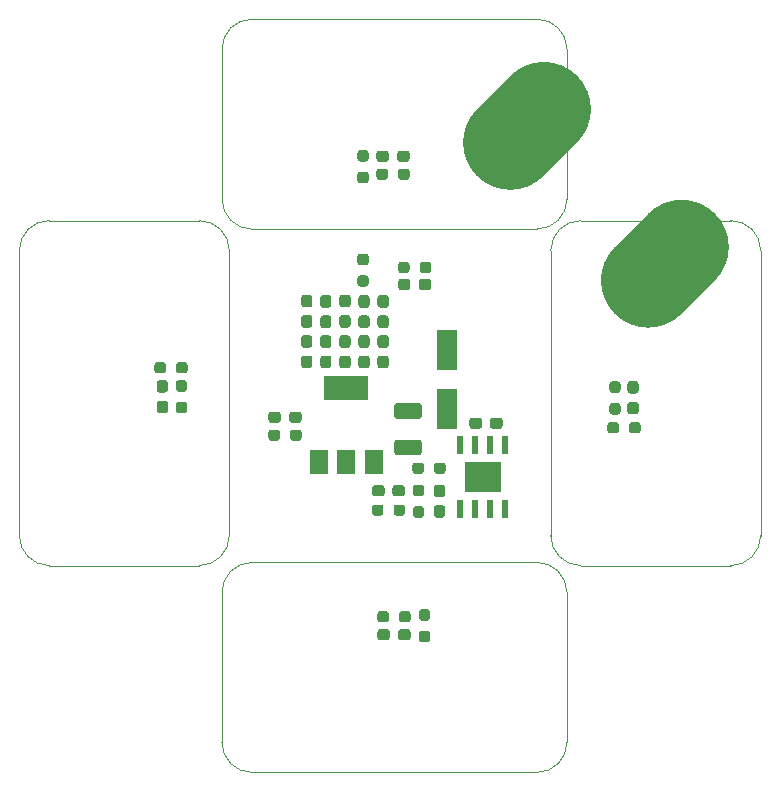
<source format=gbr>
%TF.GenerationSoftware,KiCad,Pcbnew,(5.1.8-0-10_14)*%
%TF.CreationDate,2021-02-24T01:50:54+08:00*%
%TF.ProjectId,batt_board,62617474-5f62-46f6-9172-642e6b696361,v0.2*%
%TF.SameCoordinates,Original*%
%TF.FileFunction,Paste,Top*%
%TF.FilePolarity,Positive*%
%FSLAX46Y46*%
G04 Gerber Fmt 4.6, Leading zero omitted, Abs format (unit mm)*
G04 Created by KiCad (PCBNEW (5.1.8-0-10_14)) date 2021-02-24 01:50:54*
%MOMM*%
%LPD*%
G01*
G04 APERTURE LIST*
%ADD10C,0.120000*%
%ADD11R,1.500000X2.000000*%
%ADD12R,3.800000X2.000000*%
%ADD13R,0.600000X1.550000*%
%ADD14R,3.100000X2.600000*%
%ADD15R,1.800000X3.500000*%
G04 APERTURE END LIST*
D10*
%TO.C,ESC3*%
X125217200Y-101700800D02*
X125217200Y-114400800D01*
X151887200Y-99160800D02*
X127757200Y-99160800D01*
X154427200Y-114400800D02*
X154427200Y-101700800D01*
X127757200Y-116940800D02*
X151887200Y-116940800D01*
X151887200Y-116940800D02*
G75*
G03*
X154427200Y-114400800I0J2540000D01*
G01*
X154427200Y-101700800D02*
G75*
G03*
X151887200Y-99160800I-2540000J0D01*
G01*
X127757200Y-99160800D02*
G75*
G03*
X125217200Y-101700800I0J-2540000D01*
G01*
X125217200Y-114400800D02*
G75*
G03*
X127757200Y-116940800I2540000J0D01*
G01*
%TO.C,ESC4*%
X123299200Y-70217200D02*
X110599200Y-70217200D01*
X125839200Y-96887200D02*
X125839200Y-72757200D01*
X110599200Y-99427200D02*
X123299200Y-99427200D01*
X108059200Y-72757200D02*
X108059200Y-96887200D01*
X108059200Y-96887200D02*
G75*
G03*
X110599200Y-99427200I2540000J0D01*
G01*
X123299200Y-99427200D02*
G75*
G03*
X125839200Y-96887200I0J2540000D01*
G01*
X125839200Y-72757200D02*
G75*
G03*
X123299200Y-70217200I-2540000J0D01*
G01*
X110599200Y-70217200D02*
G75*
G03*
X108059200Y-72757200I0J-2540000D01*
G01*
%TO.C,ESC2*%
X168299200Y-70217200D02*
X155599200Y-70217200D01*
X170839200Y-96887200D02*
X170839200Y-72757200D01*
X155599200Y-99427200D02*
X168299200Y-99427200D01*
X153059200Y-72757200D02*
X153059200Y-96887200D01*
X153059200Y-96887200D02*
G75*
G03*
X155599200Y-99427200I2540000J0D01*
G01*
X168299200Y-99427200D02*
G75*
G03*
X170839200Y-96887200I0J2540000D01*
G01*
X170839200Y-72757200D02*
G75*
G03*
X168299200Y-70217200I-2540000J0D01*
G01*
X155599200Y-70217200D02*
G75*
G03*
X153059200Y-72757200I0J-2540000D01*
G01*
%TO.C,ESC1*%
X125217200Y-55700800D02*
X125217200Y-68400800D01*
X151887200Y-53160800D02*
X127757200Y-53160800D01*
X154427200Y-68400800D02*
X154427200Y-55700800D01*
X127757200Y-70940800D02*
X151887200Y-70940800D01*
X151887200Y-70940800D02*
G75*
G03*
X154427200Y-68400800I0J2540000D01*
G01*
X154427200Y-55700800D02*
G75*
G03*
X151887200Y-53160800I-2540000J0D01*
G01*
X127757200Y-53160800D02*
G75*
G03*
X125217200Y-55700800I0J-2540000D01*
G01*
X125217200Y-68400800D02*
G75*
G03*
X127757200Y-70940800I2540000J0D01*
G01*
%TD*%
%TO.C,C3*%
G36*
G01*
X141895002Y-87009000D02*
X140044998Y-87009000D01*
G75*
G02*
X139795000Y-86759002I0J249998D01*
G01*
X139795000Y-85933998D01*
G75*
G02*
X140044998Y-85684000I249998J0D01*
G01*
X141895002Y-85684000D01*
G75*
G02*
X142145000Y-85933998I0J-249998D01*
G01*
X142145000Y-86759002D01*
G75*
G02*
X141895002Y-87009000I-249998J0D01*
G01*
G37*
G36*
G01*
X141895002Y-90084000D02*
X140044998Y-90084000D01*
G75*
G02*
X139795000Y-89834002I0J249998D01*
G01*
X139795000Y-89008998D01*
G75*
G02*
X140044998Y-88759000I249998J0D01*
G01*
X141895002Y-88759000D01*
G75*
G02*
X142145000Y-89008998I0J-249998D01*
G01*
X142145000Y-89834002D01*
G75*
G02*
X141895002Y-90084000I-249998J0D01*
G01*
G37*
%TD*%
%TO.C,Battery*%
G36*
G01*
X146802390Y-60785976D02*
X149630818Y-57957548D01*
G75*
G02*
X155287672Y-57957548I2828427J-2828427D01*
G01*
X155287672Y-57957548D01*
G75*
G02*
X155287672Y-63614402I-2828427J-2828427D01*
G01*
X152459244Y-66442830D01*
G75*
G02*
X146802390Y-66442830I-2828427J2828427D01*
G01*
X146802390Y-66442830D01*
G75*
G02*
X146802390Y-60785976I2828427J2828427D01*
G01*
G37*
G36*
G01*
X158476723Y-72460309D02*
X161305151Y-69631881D01*
G75*
G02*
X166962005Y-69631881I2828427J-2828427D01*
G01*
X166962005Y-69631881D01*
G75*
G02*
X166962005Y-75288735I-2828427J-2828427D01*
G01*
X164133577Y-78117163D01*
G75*
G02*
X158476723Y-78117163I-2828427J2828427D01*
G01*
X158476723Y-78117163D01*
G75*
G02*
X158476723Y-72460309I2828427J2828427D01*
G01*
G37*
%TD*%
D11*
%TO.C,U2*%
X133463000Y-90653000D03*
X138063000Y-90653000D03*
X135763000Y-90653000D03*
D12*
X135763000Y-84353000D03*
%TD*%
D13*
%TO.C,U1*%
X145415000Y-89248000D03*
X146685000Y-89248000D03*
X147955000Y-89248000D03*
X149225000Y-89248000D03*
X149225000Y-94648000D03*
X147955000Y-94648000D03*
X146685000Y-94648000D03*
X145415000Y-94648000D03*
D14*
X147320000Y-91948000D03*
%TD*%
%TO.C,R13*%
G36*
G01*
X137397500Y-73997000D02*
X136922500Y-73997000D01*
G75*
G02*
X136685000Y-73759500I0J237500D01*
G01*
X136685000Y-73259500D01*
G75*
G02*
X136922500Y-73022000I237500J0D01*
G01*
X137397500Y-73022000D01*
G75*
G02*
X137635000Y-73259500I0J-237500D01*
G01*
X137635000Y-73759500D01*
G75*
G02*
X137397500Y-73997000I-237500J0D01*
G01*
G37*
G36*
G01*
X137397500Y-75822000D02*
X136922500Y-75822000D01*
G75*
G02*
X136685000Y-75584500I0J237500D01*
G01*
X136685000Y-75084500D01*
G75*
G02*
X136922500Y-74847000I237500J0D01*
G01*
X137397500Y-74847000D01*
G75*
G02*
X137635000Y-75084500I0J-237500D01*
G01*
X137635000Y-75584500D01*
G75*
G02*
X137397500Y-75822000I-237500J0D01*
G01*
G37*
%TD*%
%TO.C,R12*%
G36*
G01*
X121329000Y-82914500D02*
X121329000Y-82439500D01*
G75*
G02*
X121566500Y-82202000I237500J0D01*
G01*
X122066500Y-82202000D01*
G75*
G02*
X122304000Y-82439500I0J-237500D01*
G01*
X122304000Y-82914500D01*
G75*
G02*
X122066500Y-83152000I-237500J0D01*
G01*
X121566500Y-83152000D01*
G75*
G02*
X121329000Y-82914500I0J237500D01*
G01*
G37*
G36*
G01*
X119504000Y-82914500D02*
X119504000Y-82439500D01*
G75*
G02*
X119741500Y-82202000I237500J0D01*
G01*
X120241500Y-82202000D01*
G75*
G02*
X120479000Y-82439500I0J-237500D01*
G01*
X120479000Y-82914500D01*
G75*
G02*
X120241500Y-83152000I-237500J0D01*
G01*
X119741500Y-83152000D01*
G75*
G02*
X119504000Y-82914500I0J237500D01*
G01*
G37*
%TD*%
%TO.C,R11*%
G36*
G01*
X160658000Y-87519500D02*
X160658000Y-87994500D01*
G75*
G02*
X160420500Y-88232000I-237500J0D01*
G01*
X159920500Y-88232000D01*
G75*
G02*
X159683000Y-87994500I0J237500D01*
G01*
X159683000Y-87519500D01*
G75*
G02*
X159920500Y-87282000I237500J0D01*
G01*
X160420500Y-87282000D01*
G75*
G02*
X160658000Y-87519500I0J-237500D01*
G01*
G37*
G36*
G01*
X158833000Y-87519500D02*
X158833000Y-87994500D01*
G75*
G02*
X158595500Y-88232000I-237500J0D01*
G01*
X158095500Y-88232000D01*
G75*
G02*
X157858000Y-87994500I0J237500D01*
G01*
X157858000Y-87519500D01*
G75*
G02*
X158095500Y-87282000I237500J0D01*
G01*
X158595500Y-87282000D01*
G75*
G02*
X158833000Y-87519500I0J-237500D01*
G01*
G37*
%TD*%
%TO.C,R10*%
G36*
G01*
X142604500Y-105921000D02*
X142129500Y-105921000D01*
G75*
G02*
X141892000Y-105683500I0J237500D01*
G01*
X141892000Y-105183500D01*
G75*
G02*
X142129500Y-104946000I237500J0D01*
G01*
X142604500Y-104946000D01*
G75*
G02*
X142842000Y-105183500I0J-237500D01*
G01*
X142842000Y-105683500D01*
G75*
G02*
X142604500Y-105921000I-237500J0D01*
G01*
G37*
G36*
G01*
X142604500Y-104096000D02*
X142129500Y-104096000D01*
G75*
G02*
X141892000Y-103858500I0J237500D01*
G01*
X141892000Y-103358500D01*
G75*
G02*
X142129500Y-103121000I237500J0D01*
G01*
X142604500Y-103121000D01*
G75*
G02*
X142842000Y-103358500I0J-237500D01*
G01*
X142842000Y-103858500D01*
G75*
G02*
X142604500Y-104096000I-237500J0D01*
G01*
G37*
%TD*%
%TO.C,R9*%
G36*
G01*
X136922500Y-66084000D02*
X137397500Y-66084000D01*
G75*
G02*
X137635000Y-66321500I0J-237500D01*
G01*
X137635000Y-66821500D01*
G75*
G02*
X137397500Y-67059000I-237500J0D01*
G01*
X136922500Y-67059000D01*
G75*
G02*
X136685000Y-66821500I0J237500D01*
G01*
X136685000Y-66321500D01*
G75*
G02*
X136922500Y-66084000I237500J0D01*
G01*
G37*
G36*
G01*
X136922500Y-64259000D02*
X137397500Y-64259000D01*
G75*
G02*
X137635000Y-64496500I0J-237500D01*
G01*
X137635000Y-64996500D01*
G75*
G02*
X137397500Y-65234000I-237500J0D01*
G01*
X136922500Y-65234000D01*
G75*
G02*
X136685000Y-64996500I0J237500D01*
G01*
X136685000Y-64496500D01*
G75*
G02*
X136922500Y-64259000I237500J0D01*
G01*
G37*
%TD*%
%TO.C,R8*%
G36*
G01*
X130131000Y-88154500D02*
X130131000Y-88629500D01*
G75*
G02*
X129893500Y-88867000I-237500J0D01*
G01*
X129393500Y-88867000D01*
G75*
G02*
X129156000Y-88629500I0J237500D01*
G01*
X129156000Y-88154500D01*
G75*
G02*
X129393500Y-87917000I237500J0D01*
G01*
X129893500Y-87917000D01*
G75*
G02*
X130131000Y-88154500I0J-237500D01*
G01*
G37*
G36*
G01*
X131956000Y-88154500D02*
X131956000Y-88629500D01*
G75*
G02*
X131718500Y-88867000I-237500J0D01*
G01*
X131218500Y-88867000D01*
G75*
G02*
X130981000Y-88629500I0J237500D01*
G01*
X130981000Y-88154500D01*
G75*
G02*
X131218500Y-87917000I237500J0D01*
G01*
X131718500Y-87917000D01*
G75*
G02*
X131956000Y-88154500I0J-237500D01*
G01*
G37*
%TD*%
%TO.C,R7*%
G36*
G01*
X138894000Y-94504500D02*
X138894000Y-94979500D01*
G75*
G02*
X138656500Y-95217000I-237500J0D01*
G01*
X138156500Y-95217000D01*
G75*
G02*
X137919000Y-94979500I0J237500D01*
G01*
X137919000Y-94504500D01*
G75*
G02*
X138156500Y-94267000I237500J0D01*
G01*
X138656500Y-94267000D01*
G75*
G02*
X138894000Y-94504500I0J-237500D01*
G01*
G37*
G36*
G01*
X140719000Y-94504500D02*
X140719000Y-94979500D01*
G75*
G02*
X140481500Y-95217000I-237500J0D01*
G01*
X139981500Y-95217000D01*
G75*
G02*
X139744000Y-94979500I0J237500D01*
G01*
X139744000Y-94504500D01*
G75*
G02*
X139981500Y-94267000I237500J0D01*
G01*
X140481500Y-94267000D01*
G75*
G02*
X140719000Y-94504500I0J-237500D01*
G01*
G37*
%TD*%
%TO.C,R6*%
G36*
G01*
X141621500Y-94405000D02*
X142096500Y-94405000D01*
G75*
G02*
X142334000Y-94642500I0J-237500D01*
G01*
X142334000Y-95142500D01*
G75*
G02*
X142096500Y-95380000I-237500J0D01*
G01*
X141621500Y-95380000D01*
G75*
G02*
X141384000Y-95142500I0J237500D01*
G01*
X141384000Y-94642500D01*
G75*
G02*
X141621500Y-94405000I237500J0D01*
G01*
G37*
G36*
G01*
X141621500Y-92580000D02*
X142096500Y-92580000D01*
G75*
G02*
X142334000Y-92817500I0J-237500D01*
G01*
X142334000Y-93317500D01*
G75*
G02*
X142096500Y-93555000I-237500J0D01*
G01*
X141621500Y-93555000D01*
G75*
G02*
X141384000Y-93317500I0J237500D01*
G01*
X141384000Y-92817500D01*
G75*
G02*
X141621500Y-92580000I237500J0D01*
G01*
G37*
%TD*%
%TO.C,R5*%
G36*
G01*
X140126964Y-74433233D02*
X140126964Y-73958233D01*
G75*
G02*
X140364464Y-73720733I237500J0D01*
G01*
X140864464Y-73720733D01*
G75*
G02*
X141101964Y-73958233I0J-237500D01*
G01*
X141101964Y-74433233D01*
G75*
G02*
X140864464Y-74670733I-237500J0D01*
G01*
X140364464Y-74670733D01*
G75*
G02*
X140126964Y-74433233I0J237500D01*
G01*
G37*
G36*
G01*
X141951964Y-74433233D02*
X141951964Y-73958233D01*
G75*
G02*
X142189464Y-73720733I237500J0D01*
G01*
X142689464Y-73720733D01*
G75*
G02*
X142926964Y-73958233I0J-237500D01*
G01*
X142926964Y-74433233D01*
G75*
G02*
X142689464Y-74670733I-237500J0D01*
G01*
X142189464Y-74670733D01*
G75*
G02*
X141951964Y-74433233I0J237500D01*
G01*
G37*
%TD*%
%TO.C,R4*%
G36*
G01*
X122028122Y-84706715D02*
X121553122Y-84706715D01*
G75*
G02*
X121315622Y-84469215I0J237500D01*
G01*
X121315622Y-83969215D01*
G75*
G02*
X121553122Y-83731715I237500J0D01*
G01*
X122028122Y-83731715D01*
G75*
G02*
X122265622Y-83969215I0J-237500D01*
G01*
X122265622Y-84469215D01*
G75*
G02*
X122028122Y-84706715I-237500J0D01*
G01*
G37*
G36*
G01*
X122028122Y-86531715D02*
X121553122Y-86531715D01*
G75*
G02*
X121315622Y-86294215I0J237500D01*
G01*
X121315622Y-85794215D01*
G75*
G02*
X121553122Y-85556715I237500J0D01*
G01*
X122028122Y-85556715D01*
G75*
G02*
X122265622Y-85794215I0J-237500D01*
G01*
X122265622Y-86294215D01*
G75*
G02*
X122028122Y-86531715I-237500J0D01*
G01*
G37*
%TD*%
%TO.C,R3*%
G36*
G01*
X139357000Y-103521500D02*
X139357000Y-103996500D01*
G75*
G02*
X139119500Y-104234000I-237500J0D01*
G01*
X138619500Y-104234000D01*
G75*
G02*
X138382000Y-103996500I0J237500D01*
G01*
X138382000Y-103521500D01*
G75*
G02*
X138619500Y-103284000I237500J0D01*
G01*
X139119500Y-103284000D01*
G75*
G02*
X139357000Y-103521500I0J-237500D01*
G01*
G37*
G36*
G01*
X141182000Y-103521500D02*
X141182000Y-103996500D01*
G75*
G02*
X140944500Y-104234000I-237500J0D01*
G01*
X140444500Y-104234000D01*
G75*
G02*
X140207000Y-103996500I0J237500D01*
G01*
X140207000Y-103521500D01*
G75*
G02*
X140444500Y-103284000I237500J0D01*
G01*
X140944500Y-103284000D01*
G75*
G02*
X141182000Y-103521500I0J-237500D01*
G01*
G37*
%TD*%
%TO.C,R2*%
G36*
G01*
X158258500Y-85668014D02*
X158733500Y-85668014D01*
G75*
G02*
X158971000Y-85905514I0J-237500D01*
G01*
X158971000Y-86405514D01*
G75*
G02*
X158733500Y-86643014I-237500J0D01*
G01*
X158258500Y-86643014D01*
G75*
G02*
X158021000Y-86405514I0J237500D01*
G01*
X158021000Y-85905514D01*
G75*
G02*
X158258500Y-85668014I237500J0D01*
G01*
G37*
G36*
G01*
X158258500Y-83843014D02*
X158733500Y-83843014D01*
G75*
G02*
X158971000Y-84080514I0J-237500D01*
G01*
X158971000Y-84580514D01*
G75*
G02*
X158733500Y-84818014I-237500J0D01*
G01*
X158258500Y-84818014D01*
G75*
G02*
X158021000Y-84580514I0J237500D01*
G01*
X158021000Y-84080514D01*
G75*
G02*
X158258500Y-83843014I237500J0D01*
G01*
G37*
%TD*%
%TO.C,R1*%
G36*
G01*
X140125000Y-66531500D02*
X140125000Y-66056500D01*
G75*
G02*
X140362500Y-65819000I237500J0D01*
G01*
X140862500Y-65819000D01*
G75*
G02*
X141100000Y-66056500I0J-237500D01*
G01*
X141100000Y-66531500D01*
G75*
G02*
X140862500Y-66769000I-237500J0D01*
G01*
X140362500Y-66769000D01*
G75*
G02*
X140125000Y-66531500I0J237500D01*
G01*
G37*
G36*
G01*
X138300000Y-66531500D02*
X138300000Y-66056500D01*
G75*
G02*
X138537500Y-65819000I237500J0D01*
G01*
X139037500Y-65819000D01*
G75*
G02*
X139275000Y-66056500I0J-237500D01*
G01*
X139275000Y-66531500D01*
G75*
G02*
X139037500Y-66769000I-237500J0D01*
G01*
X138537500Y-66769000D01*
G75*
G02*
X138300000Y-66531500I0J237500D01*
G01*
G37*
%TD*%
%TO.C,L1*%
G36*
G01*
X142323000Y-90948500D02*
X142323000Y-91423500D01*
G75*
G02*
X142085500Y-91661000I-237500J0D01*
G01*
X141585500Y-91661000D01*
G75*
G02*
X141348000Y-91423500I0J237500D01*
G01*
X141348000Y-90948500D01*
G75*
G02*
X141585500Y-90711000I237500J0D01*
G01*
X142085500Y-90711000D01*
G75*
G02*
X142323000Y-90948500I0J-237500D01*
G01*
G37*
G36*
G01*
X144148000Y-90948500D02*
X144148000Y-91423500D01*
G75*
G02*
X143910500Y-91661000I-237500J0D01*
G01*
X143410500Y-91661000D01*
G75*
G02*
X143173000Y-91423500I0J237500D01*
G01*
X143173000Y-90948500D01*
G75*
G02*
X143410500Y-90711000I237500J0D01*
G01*
X143910500Y-90711000D01*
G75*
G02*
X144148000Y-90948500I0J-237500D01*
G01*
G37*
%TD*%
%TO.C,D7*%
G36*
G01*
X130206000Y-86630500D02*
X130206000Y-87105500D01*
G75*
G02*
X129968500Y-87343000I-237500J0D01*
G01*
X129393500Y-87343000D01*
G75*
G02*
X129156000Y-87105500I0J237500D01*
G01*
X129156000Y-86630500D01*
G75*
G02*
X129393500Y-86393000I237500J0D01*
G01*
X129968500Y-86393000D01*
G75*
G02*
X130206000Y-86630500I0J-237500D01*
G01*
G37*
G36*
G01*
X131956000Y-86630500D02*
X131956000Y-87105500D01*
G75*
G02*
X131718500Y-87343000I-237500J0D01*
G01*
X131143500Y-87343000D01*
G75*
G02*
X130906000Y-87105500I0J237500D01*
G01*
X130906000Y-86630500D01*
G75*
G02*
X131143500Y-86393000I237500J0D01*
G01*
X131718500Y-86393000D01*
G75*
G02*
X131956000Y-86630500I0J-237500D01*
G01*
G37*
%TD*%
D15*
%TO.C,D6*%
X144272000Y-81193000D03*
X144272000Y-86193000D03*
%TD*%
%TO.C,D5*%
G36*
G01*
X140126964Y-75870074D02*
X140126964Y-75395074D01*
G75*
G02*
X140364464Y-75157574I237500J0D01*
G01*
X140939464Y-75157574D01*
G75*
G02*
X141176964Y-75395074I0J-237500D01*
G01*
X141176964Y-75870074D01*
G75*
G02*
X140939464Y-76107574I-237500J0D01*
G01*
X140364464Y-76107574D01*
G75*
G02*
X140126964Y-75870074I0J237500D01*
G01*
G37*
G36*
G01*
X141876964Y-75870074D02*
X141876964Y-75395074D01*
G75*
G02*
X142114464Y-75157574I237500J0D01*
G01*
X142689464Y-75157574D01*
G75*
G02*
X142926964Y-75395074I0J-237500D01*
G01*
X142926964Y-75870074D01*
G75*
G02*
X142689464Y-76107574I-237500J0D01*
G01*
X142114464Y-76107574D01*
G75*
G02*
X141876964Y-75870074I0J237500D01*
G01*
G37*
%TD*%
%TO.C,D4*%
G36*
G01*
X119936676Y-85481715D02*
X120411676Y-85481715D01*
G75*
G02*
X120649176Y-85719215I0J-237500D01*
G01*
X120649176Y-86294215D01*
G75*
G02*
X120411676Y-86531715I-237500J0D01*
G01*
X119936676Y-86531715D01*
G75*
G02*
X119699176Y-86294215I0J237500D01*
G01*
X119699176Y-85719215D01*
G75*
G02*
X119936676Y-85481715I237500J0D01*
G01*
G37*
G36*
G01*
X119936676Y-83731715D02*
X120411676Y-83731715D01*
G75*
G02*
X120649176Y-83969215I0J-237500D01*
G01*
X120649176Y-84544215D01*
G75*
G02*
X120411676Y-84781715I-237500J0D01*
G01*
X119936676Y-84781715D01*
G75*
G02*
X119699176Y-84544215I0J237500D01*
G01*
X119699176Y-83969215D01*
G75*
G02*
X119936676Y-83731715I237500J0D01*
G01*
G37*
%TD*%
%TO.C,D3*%
G36*
G01*
X140132000Y-105520500D02*
X140132000Y-105045500D01*
G75*
G02*
X140369500Y-104808000I237500J0D01*
G01*
X140944500Y-104808000D01*
G75*
G02*
X141182000Y-105045500I0J-237500D01*
G01*
X141182000Y-105520500D01*
G75*
G02*
X140944500Y-105758000I-237500J0D01*
G01*
X140369500Y-105758000D01*
G75*
G02*
X140132000Y-105520500I0J237500D01*
G01*
G37*
G36*
G01*
X138382000Y-105520500D02*
X138382000Y-105045500D01*
G75*
G02*
X138619500Y-104808000I237500J0D01*
G01*
X139194500Y-104808000D01*
G75*
G02*
X139432000Y-105045500I0J-237500D01*
G01*
X139432000Y-105520500D01*
G75*
G02*
X139194500Y-105758000I-237500J0D01*
G01*
X138619500Y-105758000D01*
G75*
G02*
X138382000Y-105520500I0J237500D01*
G01*
G37*
%TD*%
%TO.C,D2*%
G36*
G01*
X160257500Y-84867000D02*
X159782500Y-84867000D01*
G75*
G02*
X159545000Y-84629500I0J237500D01*
G01*
X159545000Y-84054500D01*
G75*
G02*
X159782500Y-83817000I237500J0D01*
G01*
X160257500Y-83817000D01*
G75*
G02*
X160495000Y-84054500I0J-237500D01*
G01*
X160495000Y-84629500D01*
G75*
G02*
X160257500Y-84867000I-237500J0D01*
G01*
G37*
G36*
G01*
X160257500Y-86617000D02*
X159782500Y-86617000D01*
G75*
G02*
X159545000Y-86379500I0J237500D01*
G01*
X159545000Y-85804500D01*
G75*
G02*
X159782500Y-85567000I237500J0D01*
G01*
X160257500Y-85567000D01*
G75*
G02*
X160495000Y-85804500I0J-237500D01*
G01*
X160495000Y-86379500D01*
G75*
G02*
X160257500Y-86617000I-237500J0D01*
G01*
G37*
%TD*%
%TO.C,D1*%
G36*
G01*
X139350000Y-64532500D02*
X139350000Y-65007500D01*
G75*
G02*
X139112500Y-65245000I-237500J0D01*
G01*
X138537500Y-65245000D01*
G75*
G02*
X138300000Y-65007500I0J237500D01*
G01*
X138300000Y-64532500D01*
G75*
G02*
X138537500Y-64295000I237500J0D01*
G01*
X139112500Y-64295000D01*
G75*
G02*
X139350000Y-64532500I0J-237500D01*
G01*
G37*
G36*
G01*
X141100000Y-64532500D02*
X141100000Y-65007500D01*
G75*
G02*
X140862500Y-65245000I-237500J0D01*
G01*
X140287500Y-65245000D01*
G75*
G02*
X140050000Y-65007500I0J237500D01*
G01*
X140050000Y-64532500D01*
G75*
G02*
X140287500Y-64295000I237500J0D01*
G01*
X140862500Y-64295000D01*
G75*
G02*
X141100000Y-64532500I0J-237500D01*
G01*
G37*
%TD*%
%TO.C,C14*%
G36*
G01*
X137008767Y-78254036D02*
X137483767Y-78254036D01*
G75*
G02*
X137721267Y-78491536I0J-237500D01*
G01*
X137721267Y-79091536D01*
G75*
G02*
X137483767Y-79329036I-237500J0D01*
G01*
X137008767Y-79329036D01*
G75*
G02*
X136771267Y-79091536I0J237500D01*
G01*
X136771267Y-78491536D01*
G75*
G02*
X137008767Y-78254036I237500J0D01*
G01*
G37*
G36*
G01*
X137008767Y-76529036D02*
X137483767Y-76529036D01*
G75*
G02*
X137721267Y-76766536I0J-237500D01*
G01*
X137721267Y-77366536D01*
G75*
G02*
X137483767Y-77604036I-237500J0D01*
G01*
X137008767Y-77604036D01*
G75*
G02*
X136771267Y-77366536I0J237500D01*
G01*
X136771267Y-76766536D01*
G75*
G02*
X137008767Y-76529036I237500J0D01*
G01*
G37*
%TD*%
%TO.C,C13*%
G36*
G01*
X135867321Y-77568511D02*
X135392321Y-77568511D01*
G75*
G02*
X135154821Y-77331011I0J237500D01*
G01*
X135154821Y-76731011D01*
G75*
G02*
X135392321Y-76493511I237500J0D01*
G01*
X135867321Y-76493511D01*
G75*
G02*
X136104821Y-76731011I0J-237500D01*
G01*
X136104821Y-77331011D01*
G75*
G02*
X135867321Y-77568511I-237500J0D01*
G01*
G37*
G36*
G01*
X135867321Y-79293511D02*
X135392321Y-79293511D01*
G75*
G02*
X135154821Y-79056011I0J237500D01*
G01*
X135154821Y-78456011D01*
G75*
G02*
X135392321Y-78218511I237500J0D01*
G01*
X135867321Y-78218511D01*
G75*
G02*
X136104821Y-78456011I0J-237500D01*
G01*
X136104821Y-79056011D01*
G75*
G02*
X135867321Y-79293511I-237500J0D01*
G01*
G37*
%TD*%
%TO.C,C12*%
G36*
G01*
X132159429Y-78218511D02*
X132634429Y-78218511D01*
G75*
G02*
X132871929Y-78456011I0J-237500D01*
G01*
X132871929Y-79056011D01*
G75*
G02*
X132634429Y-79293511I-237500J0D01*
G01*
X132159429Y-79293511D01*
G75*
G02*
X131921929Y-79056011I0J237500D01*
G01*
X131921929Y-78456011D01*
G75*
G02*
X132159429Y-78218511I237500J0D01*
G01*
G37*
G36*
G01*
X132159429Y-76493511D02*
X132634429Y-76493511D01*
G75*
G02*
X132871929Y-76731011I0J-237500D01*
G01*
X132871929Y-77331011D01*
G75*
G02*
X132634429Y-77568511I-237500J0D01*
G01*
X132159429Y-77568511D01*
G75*
G02*
X131921929Y-77331011I0J237500D01*
G01*
X131921929Y-76731011D01*
G75*
G02*
X132159429Y-76493511I237500J0D01*
G01*
G37*
%TD*%
%TO.C,C11*%
G36*
G01*
X134250875Y-77604036D02*
X133775875Y-77604036D01*
G75*
G02*
X133538375Y-77366536I0J237500D01*
G01*
X133538375Y-76766536D01*
G75*
G02*
X133775875Y-76529036I237500J0D01*
G01*
X134250875Y-76529036D01*
G75*
G02*
X134488375Y-76766536I0J-237500D01*
G01*
X134488375Y-77366536D01*
G75*
G02*
X134250875Y-77604036I-237500J0D01*
G01*
G37*
G36*
G01*
X134250875Y-79329036D02*
X133775875Y-79329036D01*
G75*
G02*
X133538375Y-79091536I0J237500D01*
G01*
X133538375Y-78491536D01*
G75*
G02*
X133775875Y-78254036I237500J0D01*
G01*
X134250875Y-78254036D01*
G75*
G02*
X134488375Y-78491536I0J-237500D01*
G01*
X134488375Y-79091536D01*
G75*
G02*
X134250875Y-79329036I-237500J0D01*
G01*
G37*
%TD*%
%TO.C,C10*%
G36*
G01*
X138625213Y-76529036D02*
X139100213Y-76529036D01*
G75*
G02*
X139337713Y-76766536I0J-237500D01*
G01*
X139337713Y-77366536D01*
G75*
G02*
X139100213Y-77604036I-237500J0D01*
G01*
X138625213Y-77604036D01*
G75*
G02*
X138387713Y-77366536I0J237500D01*
G01*
X138387713Y-76766536D01*
G75*
G02*
X138625213Y-76529036I237500J0D01*
G01*
G37*
G36*
G01*
X138625213Y-78254036D02*
X139100213Y-78254036D01*
G75*
G02*
X139337713Y-78491536I0J-237500D01*
G01*
X139337713Y-79091536D01*
G75*
G02*
X139100213Y-79329036I-237500J0D01*
G01*
X138625213Y-79329036D01*
G75*
G02*
X138387713Y-79091536I0J237500D01*
G01*
X138387713Y-78491536D01*
G75*
G02*
X138625213Y-78254036I237500J0D01*
G01*
G37*
%TD*%
%TO.C,C9*%
G36*
G01*
X137483767Y-80996934D02*
X137008767Y-80996934D01*
G75*
G02*
X136771267Y-80759434I0J237500D01*
G01*
X136771267Y-80159434D01*
G75*
G02*
X137008767Y-79921934I237500J0D01*
G01*
X137483767Y-79921934D01*
G75*
G02*
X137721267Y-80159434I0J-237500D01*
G01*
X137721267Y-80759434D01*
G75*
G02*
X137483767Y-80996934I-237500J0D01*
G01*
G37*
G36*
G01*
X137483767Y-82721934D02*
X137008767Y-82721934D01*
G75*
G02*
X136771267Y-82484434I0J237500D01*
G01*
X136771267Y-81884434D01*
G75*
G02*
X137008767Y-81646934I237500J0D01*
G01*
X137483767Y-81646934D01*
G75*
G02*
X137721267Y-81884434I0J-237500D01*
G01*
X137721267Y-82484434D01*
G75*
G02*
X137483767Y-82721934I-237500J0D01*
G01*
G37*
%TD*%
%TO.C,C8*%
G36*
G01*
X135392321Y-81646934D02*
X135867321Y-81646934D01*
G75*
G02*
X136104821Y-81884434I0J-237500D01*
G01*
X136104821Y-82484434D01*
G75*
G02*
X135867321Y-82721934I-237500J0D01*
G01*
X135392321Y-82721934D01*
G75*
G02*
X135154821Y-82484434I0J237500D01*
G01*
X135154821Y-81884434D01*
G75*
G02*
X135392321Y-81646934I237500J0D01*
G01*
G37*
G36*
G01*
X135392321Y-79921934D02*
X135867321Y-79921934D01*
G75*
G02*
X136104821Y-80159434I0J-237500D01*
G01*
X136104821Y-80759434D01*
G75*
G02*
X135867321Y-80996934I-237500J0D01*
G01*
X135392321Y-80996934D01*
G75*
G02*
X135154821Y-80759434I0J237500D01*
G01*
X135154821Y-80159434D01*
G75*
G02*
X135392321Y-79921934I237500J0D01*
G01*
G37*
%TD*%
%TO.C,C7*%
G36*
G01*
X134250875Y-80996934D02*
X133775875Y-80996934D01*
G75*
G02*
X133538375Y-80759434I0J237500D01*
G01*
X133538375Y-80159434D01*
G75*
G02*
X133775875Y-79921934I237500J0D01*
G01*
X134250875Y-79921934D01*
G75*
G02*
X134488375Y-80159434I0J-237500D01*
G01*
X134488375Y-80759434D01*
G75*
G02*
X134250875Y-80996934I-237500J0D01*
G01*
G37*
G36*
G01*
X134250875Y-82721934D02*
X133775875Y-82721934D01*
G75*
G02*
X133538375Y-82484434I0J237500D01*
G01*
X133538375Y-81884434D01*
G75*
G02*
X133775875Y-81646934I237500J0D01*
G01*
X134250875Y-81646934D01*
G75*
G02*
X134488375Y-81884434I0J-237500D01*
G01*
X134488375Y-82484434D01*
G75*
G02*
X134250875Y-82721934I-237500J0D01*
G01*
G37*
%TD*%
%TO.C,C6*%
G36*
G01*
X132159429Y-81646934D02*
X132634429Y-81646934D01*
G75*
G02*
X132871929Y-81884434I0J-237500D01*
G01*
X132871929Y-82484434D01*
G75*
G02*
X132634429Y-82721934I-237500J0D01*
G01*
X132159429Y-82721934D01*
G75*
G02*
X131921929Y-82484434I0J237500D01*
G01*
X131921929Y-81884434D01*
G75*
G02*
X132159429Y-81646934I237500J0D01*
G01*
G37*
G36*
G01*
X132159429Y-79921934D02*
X132634429Y-79921934D01*
G75*
G02*
X132871929Y-80159434I0J-237500D01*
G01*
X132871929Y-80759434D01*
G75*
G02*
X132634429Y-80996934I-237500J0D01*
G01*
X132159429Y-80996934D01*
G75*
G02*
X131921929Y-80759434I0J237500D01*
G01*
X131921929Y-80159434D01*
G75*
G02*
X132159429Y-79921934I237500J0D01*
G01*
G37*
%TD*%
%TO.C,C5*%
G36*
G01*
X139100213Y-82721934D02*
X138625213Y-82721934D01*
G75*
G02*
X138387713Y-82484434I0J237500D01*
G01*
X138387713Y-81884434D01*
G75*
G02*
X138625213Y-81646934I237500J0D01*
G01*
X139100213Y-81646934D01*
G75*
G02*
X139337713Y-81884434I0J-237500D01*
G01*
X139337713Y-82484434D01*
G75*
G02*
X139100213Y-82721934I-237500J0D01*
G01*
G37*
G36*
G01*
X139100213Y-80996934D02*
X138625213Y-80996934D01*
G75*
G02*
X138387713Y-80759434I0J237500D01*
G01*
X138387713Y-80159434D01*
G75*
G02*
X138625213Y-79921934I237500J0D01*
G01*
X139100213Y-79921934D01*
G75*
G02*
X139337713Y-80159434I0J-237500D01*
G01*
X139337713Y-80759434D01*
G75*
G02*
X139100213Y-80996934I-237500J0D01*
G01*
G37*
%TD*%
%TO.C,C4*%
G36*
G01*
X138994000Y-92853500D02*
X138994000Y-93328500D01*
G75*
G02*
X138756500Y-93566000I-237500J0D01*
G01*
X138156500Y-93566000D01*
G75*
G02*
X137919000Y-93328500I0J237500D01*
G01*
X137919000Y-92853500D01*
G75*
G02*
X138156500Y-92616000I237500J0D01*
G01*
X138756500Y-92616000D01*
G75*
G02*
X138994000Y-92853500I0J-237500D01*
G01*
G37*
G36*
G01*
X140719000Y-92853500D02*
X140719000Y-93328500D01*
G75*
G02*
X140481500Y-93566000I-237500J0D01*
G01*
X139881500Y-93566000D01*
G75*
G02*
X139644000Y-93328500I0J237500D01*
G01*
X139644000Y-92853500D01*
G75*
G02*
X139881500Y-92616000I237500J0D01*
G01*
X140481500Y-92616000D01*
G75*
G02*
X140719000Y-92853500I0J-237500D01*
G01*
G37*
%TD*%
%TO.C,C2*%
G36*
G01*
X143874500Y-93655000D02*
X143399500Y-93655000D01*
G75*
G02*
X143162000Y-93417500I0J237500D01*
G01*
X143162000Y-92817500D01*
G75*
G02*
X143399500Y-92580000I237500J0D01*
G01*
X143874500Y-92580000D01*
G75*
G02*
X144112000Y-92817500I0J-237500D01*
G01*
X144112000Y-93417500D01*
G75*
G02*
X143874500Y-93655000I-237500J0D01*
G01*
G37*
G36*
G01*
X143874500Y-95380000D02*
X143399500Y-95380000D01*
G75*
G02*
X143162000Y-95142500I0J237500D01*
G01*
X143162000Y-94542500D01*
G75*
G02*
X143399500Y-94305000I237500J0D01*
G01*
X143874500Y-94305000D01*
G75*
G02*
X144112000Y-94542500I0J-237500D01*
G01*
X144112000Y-95142500D01*
G75*
G02*
X143874500Y-95380000I-237500J0D01*
G01*
G37*
%TD*%
%TO.C,C1*%
G36*
G01*
X147899000Y-87613500D02*
X147899000Y-87138500D01*
G75*
G02*
X148136500Y-86901000I237500J0D01*
G01*
X148736500Y-86901000D01*
G75*
G02*
X148974000Y-87138500I0J-237500D01*
G01*
X148974000Y-87613500D01*
G75*
G02*
X148736500Y-87851000I-237500J0D01*
G01*
X148136500Y-87851000D01*
G75*
G02*
X147899000Y-87613500I0J237500D01*
G01*
G37*
G36*
G01*
X146174000Y-87613500D02*
X146174000Y-87138500D01*
G75*
G02*
X146411500Y-86901000I237500J0D01*
G01*
X147011500Y-86901000D01*
G75*
G02*
X147249000Y-87138500I0J-237500D01*
G01*
X147249000Y-87613500D01*
G75*
G02*
X147011500Y-87851000I-237500J0D01*
G01*
X146411500Y-87851000D01*
G75*
G02*
X146174000Y-87613500I0J237500D01*
G01*
G37*
%TD*%
M02*

</source>
